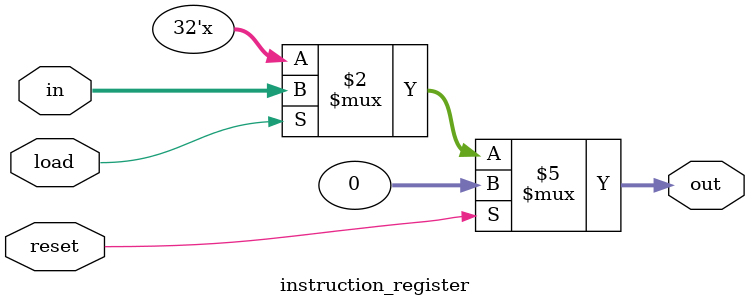
<source format=v>
module instruction_register(
	input [31:0] in,
	input load, reset,
	output reg [31:0] out);
	
always @ (load or reset or in)
	if (reset) begin
		out <= 31'b0;
	end else if (load) begin
		out <= in;
	end

endmodule

	



</source>
